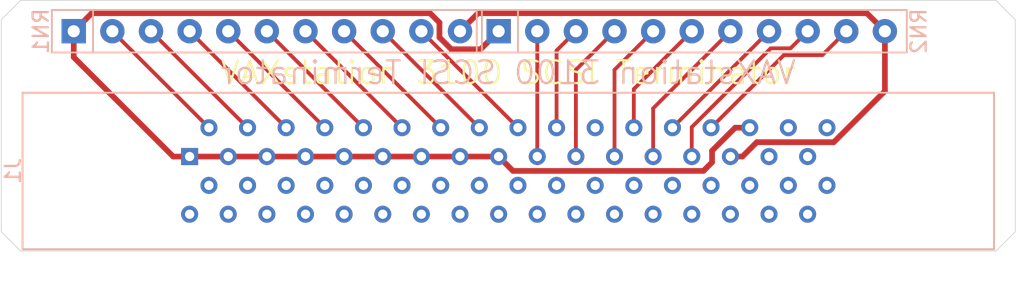
<source format=kicad_pcb>
(kicad_pcb (version 20171130) (host pcbnew 5.1.9)

  (general
    (thickness 1.6)
    (drawings 10)
    (tracks 63)
    (zones 0)
    (modules 3)
    (nets 60)
  )

  (page A4)
  (title_block
    (title "VAXstation 3100 SCSI Terminator")
    (date 2021-04-21)
    (rev v01)
    (company "Malte Dehling")
  )

  (layers
    (0 F.Cu signal)
    (31 B.Cu signal)
    (32 B.Adhes user)
    (33 F.Adhes user)
    (34 B.Paste user)
    (35 F.Paste user)
    (36 B.SilkS user)
    (37 F.SilkS user)
    (38 B.Mask user)
    (39 F.Mask user)
    (40 Dwgs.User user)
    (41 Cmts.User user)
    (42 Eco1.User user)
    (43 Eco2.User user)
    (44 Edge.Cuts user)
    (45 Margin user)
    (46 B.CrtYd user)
    (47 F.CrtYd user)
    (48 B.Fab user)
    (49 F.Fab user)
  )

  (setup
    (last_trace_width 0.25)
    (user_trace_width 0.25)
    (user_trace_width 0.375)
    (trace_clearance 0.2)
    (zone_clearance 0.508)
    (zone_45_only no)
    (trace_min 0.2)
    (via_size 0.8)
    (via_drill 0.4)
    (via_min_size 0.4)
    (via_min_drill 0.3)
    (uvia_size 0.3)
    (uvia_drill 0.1)
    (uvias_allowed no)
    (uvia_min_size 0.2)
    (uvia_min_drill 0.1)
    (edge_width 0.05)
    (segment_width 0.2)
    (pcb_text_width 0.3)
    (pcb_text_size 1.5 1.5)
    (mod_edge_width 0.12)
    (mod_text_size 1 1)
    (mod_text_width 0.15)
    (pad_size 1.524 1.524)
    (pad_drill 0.762)
    (pad_to_mask_clearance 0)
    (aux_axis_origin 0 0)
    (visible_elements FFFFFF7F)
    (pcbplotparams
      (layerselection 0x010fc_ffffffff)
      (usegerberextensions false)
      (usegerberattributes true)
      (usegerberadvancedattributes true)
      (creategerberjobfile true)
      (excludeedgelayer true)
      (linewidth 0.100000)
      (plotframeref false)
      (viasonmask false)
      (mode 1)
      (useauxorigin false)
      (hpglpennumber 1)
      (hpglpenspeed 20)
      (hpglpendiameter 15.000000)
      (psnegative false)
      (psa4output false)
      (plotreference true)
      (plotvalue true)
      (plotinvisibletext false)
      (padsonsilk false)
      (subtractmaskfromsilk false)
      (outputformat 1)
      (mirror false)
      (drillshape 1)
      (scaleselection 1)
      (outputdirectory ""))
  )

  (net 0 "")
  (net 1 /GND)
  (net 2 /-D0)
  (net 3 /-D2)
  (net 4 /-D4)
  (net 5 /-D7)
  (net 6 /-ATN?)
  (net 7 /-BSY)
  (net 8 /-ACK)
  (net 9 /-RST)
  (net 10 /-MSG)
  (net 11 /-SEL)
  (net 12 /-CD)
  (net 13 /TPWR)
  (net 14 /-D1)
  (net 15 /-D3)
  (net 16 /-D5)
  (net 17 /-D6)
  (net 18 /-DP?)
  (net 19 /-REQ)
  (net 20 /-IO)
  (net 21 "Net-(J1-Pad36)")
  (net 22 "Net-(J1-Pad38)")
  (net 23 "Net-(J1-Pad40)")
  (net 24 "Net-(J1-Pad42)")
  (net 25 "Net-(J1-Pad44)")
  (net 26 "Net-(J1-Pad46)")
  (net 27 "Net-(J1-Pad48)")
  (net 28 "Net-(J1-Pad50)")
  (net 29 "Net-(J1-Pad52)")
  (net 30 "Net-(J1-Pad54)")
  (net 31 "Net-(J1-Pad56)")
  (net 32 "Net-(J1-Pad58)")
  (net 33 "Net-(J1-Pad60)")
  (net 34 "Net-(J1-Pad62)")
  (net 35 "Net-(J1-Pad64)")
  (net 36 "Net-(J1-Pad66)")
  (net 37 "Net-(J1-Pad68)")
  (net 38 "Net-(J1-Pad35)")
  (net 39 "Net-(J1-Pad37)")
  (net 40 "Net-(J1-Pad39)")
  (net 41 "Net-(J1-Pad41)")
  (net 42 "Net-(J1-Pad43)")
  (net 43 "Net-(J1-Pad45)")
  (net 44 "Net-(J1-Pad47)")
  (net 45 "Net-(J1-Pad49)")
  (net 46 "Net-(J1-Pad51)")
  (net 47 "Net-(J1-Pad53)")
  (net 48 "Net-(J1-Pad55)")
  (net 49 "Net-(J1-Pad57)")
  (net 50 "Net-(J1-Pad59)")
  (net 51 "Net-(J1-Pad61)")
  (net 52 "Net-(J1-Pad63)")
  (net 53 "Net-(J1-Pad65)")
  (net 54 "Net-(J1-Pad67)")
  (net 55 "Net-(J1-Pad22)")
  (net 56 "Net-(J1-Pad32)")
  (net 57 "Net-(J1-Pad34)")
  (net 58 "Net-(J1-Pad31)")
  (net 59 "Net-(J1-Pad33)")

  (net_class Default "This is the default net class."
    (clearance 0.2)
    (trace_width 0.25)
    (via_dia 0.8)
    (via_drill 0.4)
    (uvia_dia 0.3)
    (uvia_drill 0.1)
    (add_net /-ACK)
    (add_net /-ATN?)
    (add_net /-BSY)
    (add_net /-CD)
    (add_net /-D0)
    (add_net /-D1)
    (add_net /-D2)
    (add_net /-D3)
    (add_net /-D4)
    (add_net /-D5)
    (add_net /-D6)
    (add_net /-D7)
    (add_net /-DP?)
    (add_net /-IO)
    (add_net /-MSG)
    (add_net /-REQ)
    (add_net /-RST)
    (add_net /-SEL)
    (add_net /GND)
    (add_net /TPWR)
    (add_net "Net-(J1-Pad22)")
    (add_net "Net-(J1-Pad31)")
    (add_net "Net-(J1-Pad32)")
    (add_net "Net-(J1-Pad33)")
    (add_net "Net-(J1-Pad34)")
    (add_net "Net-(J1-Pad35)")
    (add_net "Net-(J1-Pad36)")
    (add_net "Net-(J1-Pad37)")
    (add_net "Net-(J1-Pad38)")
    (add_net "Net-(J1-Pad39)")
    (add_net "Net-(J1-Pad40)")
    (add_net "Net-(J1-Pad41)")
    (add_net "Net-(J1-Pad42)")
    (add_net "Net-(J1-Pad43)")
    (add_net "Net-(J1-Pad44)")
    (add_net "Net-(J1-Pad45)")
    (add_net "Net-(J1-Pad46)")
    (add_net "Net-(J1-Pad47)")
    (add_net "Net-(J1-Pad48)")
    (add_net "Net-(J1-Pad49)")
    (add_net "Net-(J1-Pad50)")
    (add_net "Net-(J1-Pad51)")
    (add_net "Net-(J1-Pad52)")
    (add_net "Net-(J1-Pad53)")
    (add_net "Net-(J1-Pad54)")
    (add_net "Net-(J1-Pad55)")
    (add_net "Net-(J1-Pad56)")
    (add_net "Net-(J1-Pad57)")
    (add_net "Net-(J1-Pad58)")
    (add_net "Net-(J1-Pad59)")
    (add_net "Net-(J1-Pad60)")
    (add_net "Net-(J1-Pad61)")
    (add_net "Net-(J1-Pad62)")
    (add_net "Net-(J1-Pad63)")
    (add_net "Net-(J1-Pad64)")
    (add_net "Net-(J1-Pad65)")
    (add_net "Net-(J1-Pad66)")
    (add_net "Net-(J1-Pad67)")
    (add_net "Net-(J1-Pad68)")
  )

  (module Resistor_THT:R_Array_SIP11 (layer B.Cu) (tedit 5A14249F) (tstamp 607FA414)
    (at 124.1425 85.852)
    (descr "11-pin Resistor SIP pack")
    (tags R)
    (path /5E5066D9)
    (fp_text reference RN1 (at -2.159 0 90) (layer B.SilkS)
      (effects (font (size 1 1) (thickness 0.15)) (justify mirror))
    )
    (fp_text value 220k/330k (at 0 2.54) (layer B.Fab)
      (effects (font (size 1 1) (thickness 0.15)) (justify mirror))
    )
    (fp_line (start -1.29 1.25) (end -1.29 -1.25) (layer B.Fab) (width 0.1))
    (fp_line (start -1.29 -1.25) (end 26.69 -1.25) (layer B.Fab) (width 0.1))
    (fp_line (start 26.69 -1.25) (end 26.69 1.25) (layer B.Fab) (width 0.1))
    (fp_line (start 26.69 1.25) (end -1.29 1.25) (layer B.Fab) (width 0.1))
    (fp_line (start 1.27 1.25) (end 1.27 -1.25) (layer B.Fab) (width 0.1))
    (fp_line (start -1.44 1.4) (end -1.44 -1.4) (layer B.SilkS) (width 0.12))
    (fp_line (start -1.44 -1.4) (end 26.84 -1.4) (layer B.SilkS) (width 0.12))
    (fp_line (start 26.84 -1.4) (end 26.84 1.4) (layer B.SilkS) (width 0.12))
    (fp_line (start 26.84 1.4) (end -1.44 1.4) (layer B.SilkS) (width 0.12))
    (fp_line (start 1.27 1.4) (end 1.27 -1.4) (layer B.SilkS) (width 0.12))
    (fp_line (start -1.7 1.65) (end -1.7 -1.65) (layer B.CrtYd) (width 0.05))
    (fp_line (start -1.7 -1.65) (end 27.1 -1.65) (layer B.CrtYd) (width 0.05))
    (fp_line (start 27.1 -1.65) (end 27.1 1.65) (layer B.CrtYd) (width 0.05))
    (fp_line (start 27.1 1.65) (end -1.7 1.65) (layer B.CrtYd) (width 0.05))
    (fp_text user %R (at -2.159 0 90) (layer B.Fab)
      (effects (font (size 1 1) (thickness 0.15)) (justify mirror))
    )
    (pad 1 thru_hole rect (at 0 0) (size 1.6 1.6) (drill 0.8) (layers *.Cu *.Mask)
      (net 1 /GND))
    (pad 2 thru_hole oval (at 2.54 0) (size 1.6 1.6) (drill 0.8) (layers *.Cu *.Mask)
      (net 20 /-IO))
    (pad 3 thru_hole oval (at 5.08 0) (size 1.6 1.6) (drill 0.8) (layers *.Cu *.Mask)
      (net 19 /-REQ))
    (pad 4 thru_hole oval (at 7.62 0) (size 1.6 1.6) (drill 0.8) (layers *.Cu *.Mask)
      (net 12 /-CD))
    (pad 5 thru_hole oval (at 10.16 0) (size 1.6 1.6) (drill 0.8) (layers *.Cu *.Mask)
      (net 11 /-SEL))
    (pad 6 thru_hole oval (at 12.7 0) (size 1.6 1.6) (drill 0.8) (layers *.Cu *.Mask)
      (net 10 /-MSG))
    (pad 7 thru_hole oval (at 15.24 0) (size 1.6 1.6) (drill 0.8) (layers *.Cu *.Mask)
      (net 9 /-RST))
    (pad 8 thru_hole oval (at 17.78 0) (size 1.6 1.6) (drill 0.8) (layers *.Cu *.Mask)
      (net 8 /-ACK))
    (pad 9 thru_hole oval (at 20.32 0) (size 1.6 1.6) (drill 0.8) (layers *.Cu *.Mask)
      (net 7 /-BSY))
    (pad 10 thru_hole oval (at 22.86 0) (size 1.6 1.6) (drill 0.8) (layers *.Cu *.Mask)
      (net 6 /-ATN?))
    (pad 11 thru_hole oval (at 25.4 0) (size 1.6 1.6) (drill 0.8) (layers *.Cu *.Mask)
      (net 13 /TPWR))
    (model ${KISYS3DMOD}/Resistor_THT.3dshapes/R_Array_SIP11.wrl
      (at (xyz 0 0 0))
      (scale (xyz 1 1 1))
      (rotate (xyz 0 0 0))
    )
  )

  (module vs3100-scsi-terminator:TE_786555-7 (layer B.Cu) (tedit 607F3CA2) (tstamp 607FA2F6)
    (at 152.7175 95.0595 180)
    (path /607FC6C0)
    (fp_text reference J1 (at 32.5755 0 90) (layer B.SilkS)
      (effects (font (size 1 1) (thickness 0.15)) (justify mirror))
    )
    (fp_text value Conn_02x34_Top_Bottom (at -24.765 -6.985) (layer B.Fab)
      (effects (font (size 1 1) (thickness 0.015)) (justify mirror))
    )
    (fp_line (start -32.19 -5.405) (end -32.19 5.405) (layer B.CrtYd) (width 0.05))
    (fp_line (start 32.19 -5.405) (end -32.19 -5.405) (layer B.CrtYd) (width 0.05))
    (fp_line (start 32.19 5.405) (end 32.19 -5.405) (layer B.CrtYd) (width 0.05))
    (fp_line (start -32.19 5.405) (end 32.19 5.405) (layer B.CrtYd) (width 0.05))
    (fp_line (start 31.94 5.155) (end 31.94 -5.155) (layer B.SilkS) (width 0.127))
    (fp_line (start 31.94 -5.155) (end -31.94 -5.155) (layer B.SilkS) (width 0.127))
    (fp_line (start -31.94 -5.155) (end -31.94 5.155) (layer B.SilkS) (width 0.127))
    (fp_line (start -31.94 5.155) (end 31.94 5.155) (layer B.SilkS) (width 0.127))
    (fp_line (start -31.94 -5.155) (end -31.94 5.155) (layer B.Fab) (width 0.127))
    (fp_line (start 31.94 -5.155) (end -31.94 -5.155) (layer B.Fab) (width 0.127))
    (fp_line (start 31.94 5.155) (end 31.94 -5.155) (layer B.Fab) (width 0.127))
    (fp_line (start -31.94 5.155) (end 31.94 5.155) (layer B.Fab) (width 0.127))
    (pad None np_thru_hole circle (at -28.955 0 180) (size 3.18 3.18) (drill 3.18) (layers *.Cu *.Mask))
    (pad None np_thru_hole circle (at 28.955 0 180) (size 3.18 3.18) (drill 3.18) (layers *.Cu *.Mask))
    (pad 1 thru_hole rect (at 20.955 0.952 180) (size 1.118 1.118) (drill 0.61) (layers *.Cu *.Mask)
      (net 1 /GND))
    (pad 2 thru_hole circle (at 19.685 2.852 180) (size 1.118 1.118) (drill 0.61) (layers *.Cu *.Mask)
      (net 20 /-IO))
    (pad 3 thru_hole circle (at 18.415 0.952 180) (size 1.118 1.118) (drill 0.61) (layers *.Cu *.Mask)
      (net 1 /GND))
    (pad 5 thru_hole circle (at 15.875 0.952 180) (size 1.118 1.118) (drill 0.61) (layers *.Cu *.Mask)
      (net 1 /GND))
    (pad 7 thru_hole circle (at 13.335 0.952 180) (size 1.118 1.118) (drill 0.61) (layers *.Cu *.Mask)
      (net 1 /GND))
    (pad 9 thru_hole circle (at 10.795 0.952 180) (size 1.118 1.118) (drill 0.61) (layers *.Cu *.Mask)
      (net 1 /GND))
    (pad 11 thru_hole circle (at 8.255 0.952 180) (size 1.118 1.118) (drill 0.61) (layers *.Cu *.Mask)
      (net 1 /GND))
    (pad 13 thru_hole circle (at 5.715 0.952 180) (size 1.118 1.118) (drill 0.61) (layers *.Cu *.Mask)
      (net 1 /GND))
    (pad 15 thru_hole circle (at 3.175 0.952 180) (size 1.118 1.118) (drill 0.61) (layers *.Cu *.Mask)
      (net 1 /GND))
    (pad 17 thru_hole circle (at 0.635 0.952 180) (size 1.118 1.118) (drill 0.61) (layers *.Cu *.Mask)
      (net 1 /GND))
    (pad 19 thru_hole circle (at -1.905 0.952 180) (size 1.118 1.118) (drill 0.61) (layers *.Cu *.Mask)
      (net 18 /-DP?))
    (pad 21 thru_hole circle (at -4.445 0.952 180) (size 1.118 1.118) (drill 0.61) (layers *.Cu *.Mask)
      (net 17 /-D6))
    (pad 23 thru_hole circle (at -6.985 0.952 180) (size 1.118 1.118) (drill 0.61) (layers *.Cu *.Mask)
      (net 16 /-D5))
    (pad 25 thru_hole circle (at -9.525 0.952 180) (size 1.118 1.118) (drill 0.61) (layers *.Cu *.Mask)
      (net 15 /-D3))
    (pad 27 thru_hole circle (at -12.065 0.952 180) (size 1.118 1.118) (drill 0.61) (layers *.Cu *.Mask)
      (net 14 /-D1))
    (pad 29 thru_hole circle (at -14.605 0.952 180) (size 1.118 1.118) (drill 0.61) (layers *.Cu *.Mask)
      (net 13 /TPWR))
    (pad 4 thru_hole circle (at 17.145 2.852 180) (size 1.118 1.118) (drill 0.61) (layers *.Cu *.Mask)
      (net 19 /-REQ))
    (pad 6 thru_hole circle (at 14.605 2.852 180) (size 1.118 1.118) (drill 0.61) (layers *.Cu *.Mask)
      (net 12 /-CD))
    (pad 8 thru_hole circle (at 12.065 2.852 180) (size 1.118 1.118) (drill 0.61) (layers *.Cu *.Mask)
      (net 11 /-SEL))
    (pad 10 thru_hole circle (at 9.525 2.852 180) (size 1.118 1.118) (drill 0.61) (layers *.Cu *.Mask)
      (net 10 /-MSG))
    (pad 12 thru_hole circle (at 6.985 2.852 180) (size 1.118 1.118) (drill 0.61) (layers *.Cu *.Mask)
      (net 9 /-RST))
    (pad 14 thru_hole circle (at 4.445 2.852 180) (size 1.118 1.118) (drill 0.61) (layers *.Cu *.Mask)
      (net 8 /-ACK))
    (pad 16 thru_hole circle (at 1.905 2.852 180) (size 1.118 1.118) (drill 0.61) (layers *.Cu *.Mask)
      (net 7 /-BSY))
    (pad 18 thru_hole circle (at -0.635 2.852 180) (size 1.118 1.118) (drill 0.61) (layers *.Cu *.Mask)
      (net 6 /-ATN?))
    (pad 20 thru_hole circle (at -3.175 2.852 180) (size 1.118 1.118) (drill 0.61) (layers *.Cu *.Mask)
      (net 5 /-D7))
    (pad 22 thru_hole circle (at -5.715 2.852 180) (size 1.118 1.118) (drill 0.61) (layers *.Cu *.Mask)
      (net 55 "Net-(J1-Pad22)"))
    (pad 24 thru_hole circle (at -8.255 2.852 180) (size 1.118 1.118) (drill 0.61) (layers *.Cu *.Mask)
      (net 4 /-D4))
    (pad 26 thru_hole circle (at -10.795 2.852 180) (size 1.118 1.118) (drill 0.61) (layers *.Cu *.Mask)
      (net 3 /-D2))
    (pad 28 thru_hole circle (at -13.335 2.852 180) (size 1.118 1.118) (drill 0.61) (layers *.Cu *.Mask)
      (net 2 /-D0))
    (pad 30 thru_hole circle (at -15.875 2.852 180) (size 1.118 1.118) (drill 0.61) (layers *.Cu *.Mask)
      (net 1 /GND))
    (pad 32 thru_hole circle (at -18.415 2.852 180) (size 1.118 1.118) (drill 0.61) (layers *.Cu *.Mask)
      (net 56 "Net-(J1-Pad32)"))
    (pad 34 thru_hole circle (at -20.955 2.852 180) (size 1.118 1.118) (drill 0.61) (layers *.Cu *.Mask)
      (net 57 "Net-(J1-Pad34)"))
    (pad 31 thru_hole circle (at -17.145 0.952 180) (size 1.118 1.118) (drill 0.61) (layers *.Cu *.Mask)
      (net 58 "Net-(J1-Pad31)"))
    (pad 33 thru_hole circle (at -19.685 0.952 180) (size 1.118 1.118) (drill 0.61) (layers *.Cu *.Mask)
      (net 59 "Net-(J1-Pad33)"))
    (pad 36 thru_hole circle (at 19.685 -0.948 180) (size 1.118 1.118) (drill 0.61) (layers *.Cu *.Mask)
      (net 21 "Net-(J1-Pad36)"))
    (pad 38 thru_hole circle (at 17.145 -0.948 180) (size 1.118 1.118) (drill 0.61) (layers *.Cu *.Mask)
      (net 22 "Net-(J1-Pad38)"))
    (pad 40 thru_hole circle (at 14.605 -0.948 180) (size 1.118 1.118) (drill 0.61) (layers *.Cu *.Mask)
      (net 23 "Net-(J1-Pad40)"))
    (pad 42 thru_hole circle (at 12.065 -0.948 180) (size 1.118 1.118) (drill 0.61) (layers *.Cu *.Mask)
      (net 24 "Net-(J1-Pad42)"))
    (pad 44 thru_hole circle (at 9.525 -0.948 180) (size 1.118 1.118) (drill 0.61) (layers *.Cu *.Mask)
      (net 25 "Net-(J1-Pad44)"))
    (pad 46 thru_hole circle (at 6.985 -0.948 180) (size 1.118 1.118) (drill 0.61) (layers *.Cu *.Mask)
      (net 26 "Net-(J1-Pad46)"))
    (pad 48 thru_hole circle (at 4.445 -0.948 180) (size 1.118 1.118) (drill 0.61) (layers *.Cu *.Mask)
      (net 27 "Net-(J1-Pad48)"))
    (pad 50 thru_hole circle (at 1.905 -0.948 180) (size 1.118 1.118) (drill 0.61) (layers *.Cu *.Mask)
      (net 28 "Net-(J1-Pad50)"))
    (pad 52 thru_hole circle (at -0.635 -0.948 180) (size 1.118 1.118) (drill 0.61) (layers *.Cu *.Mask)
      (net 29 "Net-(J1-Pad52)"))
    (pad 54 thru_hole circle (at -3.175 -0.948 180) (size 1.118 1.118) (drill 0.61) (layers *.Cu *.Mask)
      (net 30 "Net-(J1-Pad54)"))
    (pad 56 thru_hole circle (at -5.715 -0.948 180) (size 1.118 1.118) (drill 0.61) (layers *.Cu *.Mask)
      (net 31 "Net-(J1-Pad56)"))
    (pad 58 thru_hole circle (at -8.255 -0.948 180) (size 1.118 1.118) (drill 0.61) (layers *.Cu *.Mask)
      (net 32 "Net-(J1-Pad58)"))
    (pad 60 thru_hole circle (at -10.795 -0.948 180) (size 1.118 1.118) (drill 0.61) (layers *.Cu *.Mask)
      (net 33 "Net-(J1-Pad60)"))
    (pad 62 thru_hole circle (at -13.335 -0.948 180) (size 1.118 1.118) (drill 0.61) (layers *.Cu *.Mask)
      (net 34 "Net-(J1-Pad62)"))
    (pad 64 thru_hole circle (at -15.875 -0.948 180) (size 1.118 1.118) (drill 0.61) (layers *.Cu *.Mask)
      (net 35 "Net-(J1-Pad64)"))
    (pad 66 thru_hole circle (at -18.415 -0.948 180) (size 1.118 1.118) (drill 0.61) (layers *.Cu *.Mask)
      (net 36 "Net-(J1-Pad66)"))
    (pad 68 thru_hole circle (at -20.955 -0.948 180) (size 1.118 1.118) (drill 0.61) (layers *.Cu *.Mask)
      (net 37 "Net-(J1-Pad68)"))
    (pad 35 thru_hole circle (at 20.955 -2.848 180) (size 1.118 1.118) (drill 0.61) (layers *.Cu *.Mask)
      (net 38 "Net-(J1-Pad35)"))
    (pad 37 thru_hole circle (at 18.415 -2.848 180) (size 1.118 1.118) (drill 0.61) (layers *.Cu *.Mask)
      (net 39 "Net-(J1-Pad37)"))
    (pad 39 thru_hole circle (at 15.875 -2.848 180) (size 1.118 1.118) (drill 0.61) (layers *.Cu *.Mask)
      (net 40 "Net-(J1-Pad39)"))
    (pad 41 thru_hole circle (at 13.335 -2.848 180) (size 1.118 1.118) (drill 0.61) (layers *.Cu *.Mask)
      (net 41 "Net-(J1-Pad41)"))
    (pad 43 thru_hole circle (at 10.795 -2.848 180) (size 1.118 1.118) (drill 0.61) (layers *.Cu *.Mask)
      (net 42 "Net-(J1-Pad43)"))
    (pad 45 thru_hole circle (at 8.255 -2.848 180) (size 1.118 1.118) (drill 0.61) (layers *.Cu *.Mask)
      (net 43 "Net-(J1-Pad45)"))
    (pad 47 thru_hole circle (at 5.715 -2.848 180) (size 1.118 1.118) (drill 0.61) (layers *.Cu *.Mask)
      (net 44 "Net-(J1-Pad47)"))
    (pad 49 thru_hole circle (at 3.175 -2.848 180) (size 1.118 1.118) (drill 0.61) (layers *.Cu *.Mask)
      (net 45 "Net-(J1-Pad49)"))
    (pad 51 thru_hole circle (at 0.635 -2.848 180) (size 1.118 1.118) (drill 0.61) (layers *.Cu *.Mask)
      (net 46 "Net-(J1-Pad51)"))
    (pad 53 thru_hole circle (at -1.905 -2.848 180) (size 1.118 1.118) (drill 0.61) (layers *.Cu *.Mask)
      (net 47 "Net-(J1-Pad53)"))
    (pad 55 thru_hole circle (at -4.445 -2.848 180) (size 1.118 1.118) (drill 0.61) (layers *.Cu *.Mask)
      (net 48 "Net-(J1-Pad55)"))
    (pad 57 thru_hole circle (at -6.985 -2.848 180) (size 1.118 1.118) (drill 0.61) (layers *.Cu *.Mask)
      (net 49 "Net-(J1-Pad57)"))
    (pad 59 thru_hole circle (at -9.525 -2.848 180) (size 1.118 1.118) (drill 0.61) (layers *.Cu *.Mask)
      (net 50 "Net-(J1-Pad59)"))
    (pad 61 thru_hole circle (at -12.065 -2.848 180) (size 1.118 1.118) (drill 0.61) (layers *.Cu *.Mask)
      (net 51 "Net-(J1-Pad61)"))
    (pad 63 thru_hole circle (at -14.605 -2.848 180) (size 1.118 1.118) (drill 0.61) (layers *.Cu *.Mask)
      (net 52 "Net-(J1-Pad63)"))
    (pad 65 thru_hole circle (at -17.145 -2.848 180) (size 1.118 1.118) (drill 0.61) (layers *.Cu *.Mask)
      (net 53 "Net-(J1-Pad65)"))
    (pad 67 thru_hole circle (at -19.685 -2.848 180) (size 1.118 1.118) (drill 0.61) (layers *.Cu *.Mask)
      (net 54 "Net-(J1-Pad67)"))
  )

  (module Resistor_THT:R_Array_SIP11 (layer B.Cu) (tedit 5A14249F) (tstamp 607FA3BD)
    (at 152.0825 85.852)
    (descr "11-pin Resistor SIP pack")
    (tags R)
    (path /5E52DB83)
    (fp_text reference RN2 (at 27.6225 0 270) (layer B.SilkS)
      (effects (font (size 1 1) (thickness 0.15)) (justify mirror))
    )
    (fp_text value 220k/330k (at 25.4 2.54) (layer B.Fab)
      (effects (font (size 1 1) (thickness 0.15)) (justify mirror))
    )
    (fp_line (start 27.1 1.65) (end -1.7 1.65) (layer B.CrtYd) (width 0.05))
    (fp_line (start 27.1 -1.65) (end 27.1 1.65) (layer B.CrtYd) (width 0.05))
    (fp_line (start -1.7 -1.65) (end 27.1 -1.65) (layer B.CrtYd) (width 0.05))
    (fp_line (start -1.7 1.65) (end -1.7 -1.65) (layer B.CrtYd) (width 0.05))
    (fp_line (start 1.27 1.4) (end 1.27 -1.4) (layer B.SilkS) (width 0.12))
    (fp_line (start 26.84 1.4) (end -1.44 1.4) (layer B.SilkS) (width 0.12))
    (fp_line (start 26.84 -1.4) (end 26.84 1.4) (layer B.SilkS) (width 0.12))
    (fp_line (start -1.44 -1.4) (end 26.84 -1.4) (layer B.SilkS) (width 0.12))
    (fp_line (start -1.44 1.4) (end -1.44 -1.4) (layer B.SilkS) (width 0.12))
    (fp_line (start 1.27 1.25) (end 1.27 -1.25) (layer B.Fab) (width 0.1))
    (fp_line (start 26.69 1.25) (end -1.29 1.25) (layer B.Fab) (width 0.1))
    (fp_line (start 26.69 -1.25) (end 26.69 1.25) (layer B.Fab) (width 0.1))
    (fp_line (start -1.29 -1.25) (end 26.69 -1.25) (layer B.Fab) (width 0.1))
    (fp_line (start -1.29 1.25) (end -1.29 -1.25) (layer B.Fab) (width 0.1))
    (fp_text user %R (at 27.6225 0 90) (layer B.Fab)
      (effects (font (size 1 1) (thickness 0.15)) (justify mirror))
    )
    (pad 11 thru_hole oval (at 25.4 0) (size 1.6 1.6) (drill 0.8) (layers *.Cu *.Mask)
      (net 13 /TPWR))
    (pad 10 thru_hole oval (at 22.86 0) (size 1.6 1.6) (drill 0.8) (layers *.Cu *.Mask)
      (net 2 /-D0))
    (pad 9 thru_hole oval (at 20.32 0) (size 1.6 1.6) (drill 0.8) (layers *.Cu *.Mask)
      (net 14 /-D1))
    (pad 8 thru_hole oval (at 17.78 0) (size 1.6 1.6) (drill 0.8) (layers *.Cu *.Mask)
      (net 3 /-D2))
    (pad 7 thru_hole oval (at 15.24 0) (size 1.6 1.6) (drill 0.8) (layers *.Cu *.Mask)
      (net 15 /-D3))
    (pad 6 thru_hole oval (at 12.7 0) (size 1.6 1.6) (drill 0.8) (layers *.Cu *.Mask)
      (net 4 /-D4))
    (pad 5 thru_hole oval (at 10.16 0) (size 1.6 1.6) (drill 0.8) (layers *.Cu *.Mask)
      (net 16 /-D5))
    (pad 4 thru_hole oval (at 7.62 0) (size 1.6 1.6) (drill 0.8) (layers *.Cu *.Mask)
      (net 17 /-D6))
    (pad 3 thru_hole oval (at 5.08 0) (size 1.6 1.6) (drill 0.8) (layers *.Cu *.Mask)
      (net 5 /-D7))
    (pad 2 thru_hole oval (at 2.54 0) (size 1.6 1.6) (drill 0.8) (layers *.Cu *.Mask)
      (net 18 /-DP?))
    (pad 1 thru_hole rect (at 0 0) (size 1.6 1.6) (drill 0.8) (layers *.Cu *.Mask)
      (net 1 /GND))
    (model ${KISYS3DMOD}/Resistor_THT.3dshapes/R_Array_SIP11.wrl
      (at (xyz 0 0 0))
      (scale (xyz 1 1 1))
      (rotate (xyz 0 0 0))
    )
  )

  (gr_text "VAXstation 3100 SCSI Terminator" (at 152.7175 88.5825) (layer F.SilkS) (tstamp 607FAD1A)
    (effects (font (size 1.5 1.5) (thickness 0.15)))
  )
  (gr_text "VAXstation 3100 SCSI Terminator" (at 152.7175 88.5825) (layer B.SilkS)
    (effects (font (size 1.5 1.5) (thickness 0.15)) (justify mirror))
  )
  (gr_line (start 119.38 85.09) (end 119.38 99.06) (layer Edge.Cuts) (width 0.05) (tstamp 607F4BDE))
  (gr_line (start 186.055 85.09) (end 186.055 99.06) (layer Edge.Cuts) (width 0.05) (tstamp 607F4BDD))
  (gr_line (start 120.65 100.33) (end 119.38 99.06) (layer Edge.Cuts) (width 0.05))
  (gr_line (start 184.785 100.33) (end 120.65 100.33) (layer Edge.Cuts) (width 0.05))
  (gr_line (start 186.055 99.06) (end 184.785 100.33) (layer Edge.Cuts) (width 0.05))
  (gr_line (start 184.785 83.82) (end 186.055 85.09) (layer Edge.Cuts) (width 0.05))
  (gr_line (start 120.65 83.82) (end 184.785 83.82) (layer Edge.Cuts) (width 0.05))
  (gr_line (start 119.38 85.09) (end 120.65 83.82) (layer Edge.Cuts) (width 0.05))

  (segment (start 147.572501 84.664499) (end 125.330001 84.664499) (width 0.375) (layer F.Cu) (net 1))
  (segment (start 125.330001 84.664499) (end 124.1425 85.852) (width 0.375) (layer F.Cu) (net 1))
  (segment (start 148.190001 85.281999) (end 147.572501 84.664499) (width 0.375) (layer F.Cu) (net 1))
  (segment (start 148.190001 86.257003) (end 148.190001 85.281999) (width 0.375) (layer F.Cu) (net 1))
  (segment (start 148.972499 87.039501) (end 148.190001 86.257003) (width 0.375) (layer F.Cu) (net 1))
  (segment (start 150.894999 87.039501) (end 148.972499 87.039501) (width 0.375) (layer F.Cu) (net 1))
  (segment (start 152.0825 85.852) (end 150.894999 87.039501) (width 0.375) (layer F.Cu) (net 1))
  (segment (start 152.0825 94.1075) (end 131.7625 94.1075) (width 0.375) (layer F.Cu) (net 1))
  (segment (start 124.1425 85.852) (end 124.1425 87.5665) (width 0.375) (layer F.Cu) (net 1))
  (segment (start 130.6835 94.1075) (end 131.7625 94.1075) (width 0.375) (layer F.Cu) (net 1))
  (segment (start 124.1425 87.5665) (end 130.6835 94.1075) (width 0.375) (layer F.Cu) (net 1))
  (segment (start 166.116 93.726) (end 166.116 94.488) (width 0.375) (layer F.Cu) (net 1))
  (segment (start 153.029001 95.054001) (end 152.0825 94.1075) (width 0.375) (layer F.Cu) (net 1))
  (segment (start 165.549999 95.054001) (end 153.029001 95.054001) (width 0.375) (layer F.Cu) (net 1))
  (segment (start 166.116 94.488) (end 165.549999 95.054001) (width 0.375) (layer F.Cu) (net 1))
  (segment (start 167.6345 92.2075) (end 166.116 93.726) (width 0.375) (layer F.Cu) (net 1))
  (segment (start 168.5925 92.2075) (end 167.6345 92.2075) (width 0.375) (layer F.Cu) (net 1))
  (segment (start 166.0525 92.2075) (end 170.83299 87.42701) (width 0.25) (layer F.Cu) (net 2))
  (segment (start 173.36749 87.42701) (end 174.9425 85.852) (width 0.25) (layer F.Cu) (net 2))
  (segment (start 170.83299 87.42701) (end 173.36749 87.42701) (width 0.25) (layer F.Cu) (net 2))
  (segment (start 169.8625 85.8575) (end 169.8625 85.852) (width 0.25) (layer F.Cu) (net 3))
  (segment (start 163.5125 92.2075) (end 169.8625 85.8575) (width 0.25) (layer F.Cu) (net 3))
  (segment (start 160.9725 89.662) (end 164.7825 85.852) (width 0.25) (layer F.Cu) (net 4))
  (segment (start 160.9725 92.2075) (end 160.9725 89.662) (width 0.25) (layer F.Cu) (net 4))
  (segment (start 155.8925 87.122) (end 157.1625 85.852) (width 0.25) (layer F.Cu) (net 5))
  (segment (start 155.8925 92.2075) (end 155.8925 87.122) (width 0.25) (layer F.Cu) (net 5))
  (segment (start 147.0025 85.8575) (end 147.0025 85.852) (width 0.25) (layer F.Cu) (net 6))
  (segment (start 153.3525 92.2075) (end 147.0025 85.8575) (width 0.25) (layer F.Cu) (net 6))
  (segment (start 144.4625 85.8575) (end 144.4625 85.852) (width 0.25) (layer F.Cu) (net 7))
  (segment (start 150.8125 92.2075) (end 144.4625 85.8575) (width 0.25) (layer F.Cu) (net 7))
  (segment (start 141.9225 85.8575) (end 141.9225 85.852) (width 0.25) (layer F.Cu) (net 8))
  (segment (start 148.2725 92.2075) (end 141.9225 85.8575) (width 0.25) (layer F.Cu) (net 8))
  (segment (start 139.3825 85.8575) (end 139.3825 85.852) (width 0.25) (layer F.Cu) (net 9))
  (segment (start 145.7325 92.2075) (end 139.3825 85.8575) (width 0.25) (layer F.Cu) (net 9))
  (segment (start 136.8425 85.8575) (end 136.8425 85.852) (width 0.25) (layer F.Cu) (net 10))
  (segment (start 143.1925 92.2075) (end 136.8425 85.8575) (width 0.25) (layer F.Cu) (net 10))
  (segment (start 134.3025 85.8575) (end 134.3025 85.852) (width 0.25) (layer F.Cu) (net 11))
  (segment (start 140.6525 92.2075) (end 134.3025 85.8575) (width 0.25) (layer F.Cu) (net 11))
  (segment (start 131.7625 85.8575) (end 131.7625 85.852) (width 0.25) (layer F.Cu) (net 12))
  (segment (start 138.1125 92.2075) (end 131.7625 85.8575) (width 0.25) (layer F.Cu) (net 12))
  (segment (start 177.4825 89.798322) (end 177.4825 85.852) (width 0.375) (layer F.Cu) (net 13))
  (segment (start 174.119823 93.160999) (end 177.4825 89.798322) (width 0.375) (layer F.Cu) (net 13))
  (segment (start 169.059546 93.160999) (end 174.119823 93.160999) (width 0.375) (layer F.Cu) (net 13))
  (segment (start 168.113045 94.1075) (end 169.059546 93.160999) (width 0.375) (layer F.Cu) (net 13))
  (segment (start 167.3225 94.1075) (end 168.113045 94.1075) (width 0.375) (layer F.Cu) (net 13))
  (segment (start 150.730001 84.664499) (end 149.5425 85.852) (width 0.375) (layer F.Cu) (net 13))
  (segment (start 176.294999 84.664499) (end 150.730001 84.664499) (width 0.375) (layer F.Cu) (net 13))
  (segment (start 177.4825 85.852) (end 176.294999 84.664499) (width 0.375) (layer F.Cu) (net 13))
  (segment (start 171.277499 86.977001) (end 172.4025 85.852) (width 0.25) (layer F.Cu) (net 14))
  (segment (start 169.974677 86.977001) (end 171.277499 86.977001) (width 0.25) (layer F.Cu) (net 14))
  (segment (start 164.7825 92.169178) (end 169.974677 86.977001) (width 0.25) (layer F.Cu) (net 14))
  (segment (start 164.7825 94.1075) (end 164.7825 92.169178) (width 0.25) (layer F.Cu) (net 14))
  (segment (start 162.2425 90.932) (end 167.3225 85.852) (width 0.25) (layer F.Cu) (net 15))
  (segment (start 162.2425 94.1075) (end 162.2425 90.932) (width 0.25) (layer F.Cu) (net 15))
  (segment (start 159.7025 88.392) (end 162.2425 85.852) (width 0.25) (layer F.Cu) (net 16))
  (segment (start 159.7025 94.1075) (end 159.7025 88.392) (width 0.25) (layer F.Cu) (net 16))
  (segment (start 157.1625 88.392) (end 159.7025 85.852) (width 0.25) (layer F.Cu) (net 17))
  (segment (start 157.1625 94.1075) (end 157.1625 88.392) (width 0.25) (layer F.Cu) (net 17))
  (segment (start 154.6225 94.1075) (end 154.6225 85.852) (width 0.25) (layer F.Cu) (net 18))
  (segment (start 129.2225 85.8575) (end 129.2225 85.852) (width 0.25) (layer F.Cu) (net 19))
  (segment (start 135.5725 92.2075) (end 129.2225 85.8575) (width 0.25) (layer F.Cu) (net 19))
  (segment (start 126.6825 85.8575) (end 126.6825 85.852) (width 0.25) (layer F.Cu) (net 20))
  (segment (start 133.0325 92.2075) (end 126.6825 85.8575) (width 0.25) (layer F.Cu) (net 20))

)

</source>
